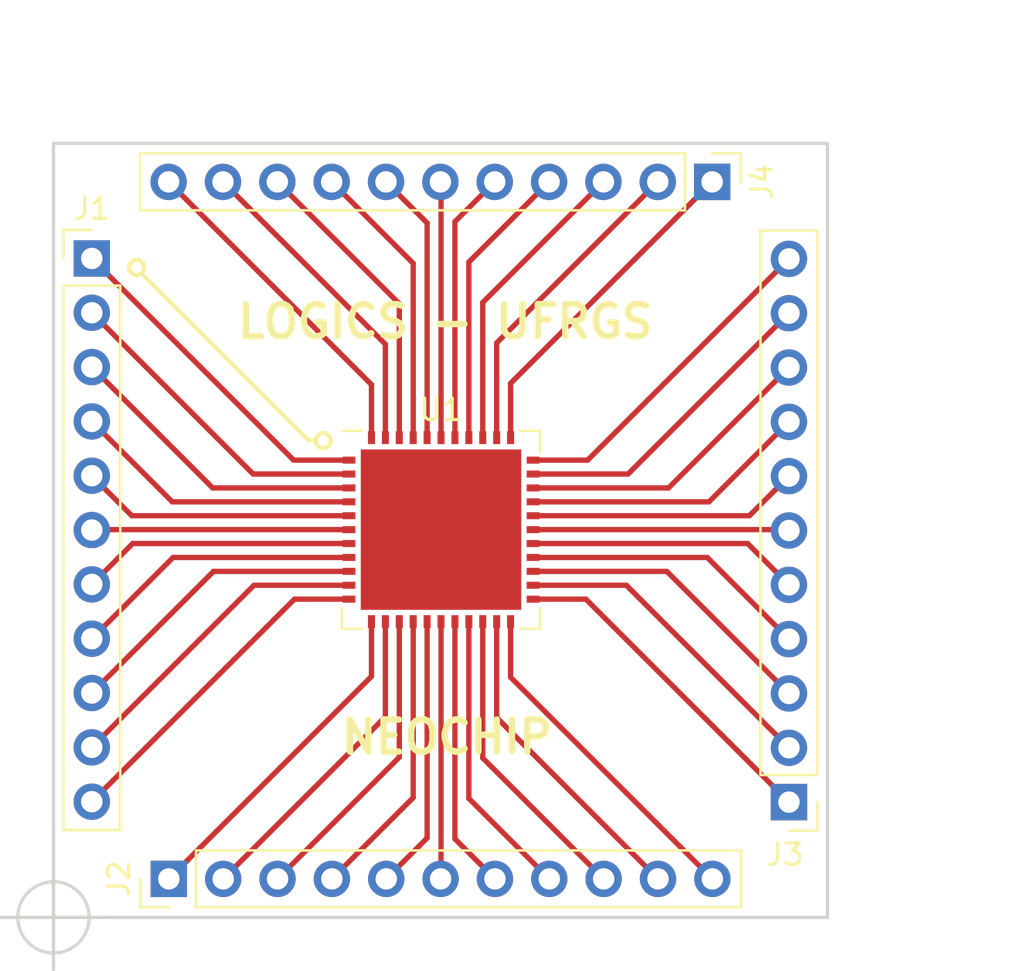
<source format=kicad_pcb>
(kicad_pcb (version 20170123) (host pcbnew "(2017-05-18 revision 2a3a699)-master")

  (general
    (links 44)
    (no_connects 0)
    (area 111.7 56.49 163.530001 101.4025)
    (thickness 1.6)
    (drawings 14)
    (tracks 88)
    (zones 0)
    (modules 5)
    (nets 45)
  )

  (page A4)
  (layers
    (0 F.Cu signal)
    (31 B.Cu signal)
    (32 B.Adhes user)
    (33 F.Adhes user)
    (34 B.Paste user)
    (35 F.Paste user)
    (36 B.SilkS user)
    (37 F.SilkS user)
    (38 B.Mask user)
    (39 F.Mask user)
    (40 Dwgs.User user)
    (41 Cmts.User user)
    (42 Eco1.User user)
    (43 Eco2.User user)
    (44 Edge.Cuts user)
    (45 Margin user)
    (46 B.CrtYd user)
    (47 F.CrtYd user)
    (48 B.Fab user)
    (49 F.Fab user)
  )

  (setup
    (last_trace_width 0.25)
    (trace_clearance 0.2)
    (zone_clearance 0.508)
    (zone_45_only no)
    (trace_min 0.2)
    (segment_width 0.2)
    (edge_width 0.15)
    (via_size 0.8)
    (via_drill 0.4)
    (via_min_size 0.4)
    (via_min_drill 0.3)
    (uvia_size 0.3)
    (uvia_drill 0.1)
    (uvias_allowed no)
    (uvia_min_size 0.2)
    (uvia_min_drill 0.1)
    (pcb_text_width 0.3)
    (pcb_text_size 1.5 1.5)
    (mod_edge_width 0.15)
    (mod_text_size 1 1)
    (mod_text_width 0.15)
    (pad_size 1.524 1.524)
    (pad_drill 0.762)
    (pad_to_mask_clearance 0.2)
    (aux_axis_origin 114.2 98.89)
    (visible_elements FFFFFF7F)
    (pcbplotparams
      (layerselection 0x01020_7fffffff)
      (usegerberextensions true)
      (excludeedgelayer true)
      (linewidth 0.100000)
      (plotframeref false)
      (viasonmask false)
      (mode 1)
      (useauxorigin true)
      (hpglpennumber 1)
      (hpglpenspeed 20)
      (hpglpendiameter 15)
      (psnegative false)
      (psa4output false)
      (plotreference true)
      (plotvalue true)
      (plotinvisibletext false)
      (padsonsilk false)
      (subtractmaskfromsilk false)
      (outputformat 1)
      (mirror false)
      (drillshape 0)
      (scaleselection 1)
      (outputdirectory gerbers/))
  )

  (net 0 "")
  (net 1 "Net-(J1-Pad11)")
  (net 2 "Net-(J1-Pad10)")
  (net 3 "Net-(J1-Pad9)")
  (net 4 "Net-(J1-Pad8)")
  (net 5 "Net-(J1-Pad7)")
  (net 6 "Net-(J1-Pad6)")
  (net 7 "Net-(J1-Pad5)")
  (net 8 "Net-(J1-Pad4)")
  (net 9 "Net-(J1-Pad3)")
  (net 10 "Net-(J1-Pad2)")
  (net 11 "Net-(J1-Pad1)")
  (net 12 "Net-(J2-Pad1)")
  (net 13 "Net-(J2-Pad2)")
  (net 14 "Net-(J2-Pad3)")
  (net 15 "Net-(J2-Pad4)")
  (net 16 "Net-(J2-Pad5)")
  (net 17 "Net-(J2-Pad6)")
  (net 18 "Net-(J2-Pad7)")
  (net 19 "Net-(J2-Pad8)")
  (net 20 "Net-(J2-Pad9)")
  (net 21 "Net-(J2-Pad10)")
  (net 22 "Net-(J2-Pad11)")
  (net 23 "Net-(J3-Pad11)")
  (net 24 "Net-(J3-Pad10)")
  (net 25 "Net-(J3-Pad9)")
  (net 26 "Net-(J3-Pad8)")
  (net 27 "Net-(J3-Pad7)")
  (net 28 "Net-(J3-Pad6)")
  (net 29 "Net-(J3-Pad5)")
  (net 30 "Net-(J3-Pad4)")
  (net 31 "Net-(J3-Pad3)")
  (net 32 "Net-(J3-Pad2)")
  (net 33 "Net-(J3-Pad1)")
  (net 34 "Net-(J4-Pad1)")
  (net 35 "Net-(J4-Pad2)")
  (net 36 "Net-(J4-Pad3)")
  (net 37 "Net-(J4-Pad4)")
  (net 38 "Net-(J4-Pad5)")
  (net 39 "Net-(J4-Pad6)")
  (net 40 "Net-(J4-Pad7)")
  (net 41 "Net-(J4-Pad8)")
  (net 42 "Net-(J4-Pad9)")
  (net 43 "Net-(J4-Pad10)")
  (net 44 "Net-(J4-Pad11)")

  (net_class Default "This is the default net class."
    (clearance 0.2)
    (trace_width 0.25)
    (via_dia 0.8)
    (via_drill 0.4)
    (uvia_dia 0.3)
    (uvia_drill 0.1)
    (add_net "Net-(J1-Pad1)")
    (add_net "Net-(J1-Pad10)")
    (add_net "Net-(J1-Pad11)")
    (add_net "Net-(J1-Pad2)")
    (add_net "Net-(J1-Pad3)")
    (add_net "Net-(J1-Pad4)")
    (add_net "Net-(J1-Pad5)")
    (add_net "Net-(J1-Pad6)")
    (add_net "Net-(J1-Pad7)")
    (add_net "Net-(J1-Pad8)")
    (add_net "Net-(J1-Pad9)")
    (add_net "Net-(J2-Pad1)")
    (add_net "Net-(J2-Pad10)")
    (add_net "Net-(J2-Pad11)")
    (add_net "Net-(J2-Pad2)")
    (add_net "Net-(J2-Pad3)")
    (add_net "Net-(J2-Pad4)")
    (add_net "Net-(J2-Pad5)")
    (add_net "Net-(J2-Pad6)")
    (add_net "Net-(J2-Pad7)")
    (add_net "Net-(J2-Pad8)")
    (add_net "Net-(J2-Pad9)")
    (add_net "Net-(J3-Pad1)")
    (add_net "Net-(J3-Pad10)")
    (add_net "Net-(J3-Pad11)")
    (add_net "Net-(J3-Pad2)")
    (add_net "Net-(J3-Pad3)")
    (add_net "Net-(J3-Pad4)")
    (add_net "Net-(J3-Pad5)")
    (add_net "Net-(J3-Pad6)")
    (add_net "Net-(J3-Pad7)")
    (add_net "Net-(J3-Pad8)")
    (add_net "Net-(J3-Pad9)")
    (add_net "Net-(J4-Pad1)")
    (add_net "Net-(J4-Pad10)")
    (add_net "Net-(J4-Pad11)")
    (add_net "Net-(J4-Pad2)")
    (add_net "Net-(J4-Pad3)")
    (add_net "Net-(J4-Pad4)")
    (add_net "Net-(J4-Pad5)")
    (add_net "Net-(J4-Pad6)")
    (add_net "Net-(J4-Pad7)")
    (add_net "Net-(J4-Pad8)")
    (add_net "Net-(J4-Pad9)")
  )

  (module Pin_Headers:Pin_Header_Straight_1x11_Pitch2.54mm (layer F.Cu) (tedit 5C9E48D1) (tstamp 5C9FC220)
    (at 148.57 93.49 180)
    (descr "Through hole straight pin header, 1x11, 2.54mm pitch, single row")
    (tags "Through hole pin header THT 1x11 2.54mm single row")
    (path /5C9E1DD8)
    (fp_text reference J3 (at 0.19 -2.45 180) (layer F.SilkS)
      (effects (font (size 1 1) (thickness 0.15)))
    )
    (fp_text value Conn_01x11 (at -3.25 12.46 270) (layer F.Fab)
      (effects (font (size 1 1) (thickness 0.15)))
    )
    (fp_text user %R (at 0 12.7 270) (layer F.Fab)
      (effects (font (size 1 1) (thickness 0.15)))
    )
    (fp_line (start 1.8 -1.8) (end -1.8 -1.8) (layer F.CrtYd) (width 0.05))
    (fp_line (start 1.8 27.2) (end 1.8 -1.8) (layer F.CrtYd) (width 0.05))
    (fp_line (start -1.8 27.2) (end 1.8 27.2) (layer F.CrtYd) (width 0.05))
    (fp_line (start -1.8 -1.8) (end -1.8 27.2) (layer F.CrtYd) (width 0.05))
    (fp_line (start -1.33 -1.33) (end 0 -1.33) (layer F.SilkS) (width 0.12))
    (fp_line (start -1.33 0) (end -1.33 -1.33) (layer F.SilkS) (width 0.12))
    (fp_line (start -1.33 1.27) (end 1.33 1.27) (layer F.SilkS) (width 0.12))
    (fp_line (start 1.33 1.27) (end 1.33 26.73) (layer F.SilkS) (width 0.12))
    (fp_line (start -1.33 1.27) (end -1.33 26.73) (layer F.SilkS) (width 0.12))
    (fp_line (start -1.33 26.73) (end 1.33 26.73) (layer F.SilkS) (width 0.12))
    (fp_line (start -1.27 -0.635) (end -0.635 -1.27) (layer F.Fab) (width 0.1))
    (fp_line (start -1.27 26.67) (end -1.27 -0.635) (layer F.Fab) (width 0.1))
    (fp_line (start 1.27 26.67) (end -1.27 26.67) (layer F.Fab) (width 0.1))
    (fp_line (start 1.27 -1.27) (end 1.27 26.67) (layer F.Fab) (width 0.1))
    (fp_line (start -0.635 -1.27) (end 1.27 -1.27) (layer F.Fab) (width 0.1))
    (pad 11 thru_hole oval (at 0 25.4 180) (size 1.7 1.7) (drill 1) (layers *.Cu *.Mask)
      (net 23 "Net-(J3-Pad11)"))
    (pad 10 thru_hole oval (at 0 22.86 180) (size 1.7 1.7) (drill 1) (layers *.Cu *.Mask)
      (net 24 "Net-(J3-Pad10)"))
    (pad 9 thru_hole oval (at 0 20.32 180) (size 1.7 1.7) (drill 1) (layers *.Cu *.Mask)
      (net 25 "Net-(J3-Pad9)"))
    (pad 8 thru_hole oval (at 0 17.78 180) (size 1.7 1.7) (drill 1) (layers *.Cu *.Mask)
      (net 26 "Net-(J3-Pad8)"))
    (pad 7 thru_hole oval (at 0 15.24 180) (size 1.7 1.7) (drill 1) (layers *.Cu *.Mask)
      (net 27 "Net-(J3-Pad7)"))
    (pad 6 thru_hole oval (at 0 12.7 180) (size 1.7 1.7) (drill 1) (layers *.Cu *.Mask)
      (net 28 "Net-(J3-Pad6)"))
    (pad 5 thru_hole oval (at 0 10.16 180) (size 1.7 1.7) (drill 1) (layers *.Cu *.Mask)
      (net 29 "Net-(J3-Pad5)"))
    (pad 4 thru_hole oval (at 0 7.62 180) (size 1.7 1.7) (drill 1) (layers *.Cu *.Mask)
      (net 30 "Net-(J3-Pad4)"))
    (pad 3 thru_hole oval (at 0 5.08 180) (size 1.7 1.7) (drill 1) (layers *.Cu *.Mask)
      (net 31 "Net-(J3-Pad3)"))
    (pad 2 thru_hole oval (at 0 2.54 180) (size 1.7 1.7) (drill 1) (layers *.Cu *.Mask)
      (net 32 "Net-(J3-Pad2)"))
    (pad 1 thru_hole rect (at 0 0 180) (size 1.7 1.7) (drill 1) (layers *.Cu *.Mask)
      (net 33 "Net-(J3-Pad1)"))
    (model ${KISYS3DMOD}/Pin_Headers.3dshapes/Pin_Header_Straight_1x11_Pitch2.54mm.wrl
      (at (xyz 0 0 0))
      (scale (xyz 1 1 1))
      (rotate (xyz 0 0 0))
    )
  )

  (module Pin_Headers:Pin_Header_Straight_1x11_Pitch2.54mm (layer F.Cu) (tedit 5C9E48C5) (tstamp 5C9FC202)
    (at 119.59 97.08 90)
    (descr "Through hole straight pin header, 1x11, 2.54mm pitch, single row")
    (tags "Through hole pin header THT 1x11 2.54mm single row")
    (path /5C9E212D)
    (fp_text reference J2 (at 0 -2.33 90) (layer F.SilkS)
      (effects (font (size 1 1) (thickness 0.15)))
    )
    (fp_text value Conn_01x11 (at -3.23 12.45) (layer F.Fab)
      (effects (font (size 1 1) (thickness 0.15)))
    )
    (fp_line (start -0.635 -1.27) (end 1.27 -1.27) (layer F.Fab) (width 0.1))
    (fp_line (start 1.27 -1.27) (end 1.27 26.67) (layer F.Fab) (width 0.1))
    (fp_line (start 1.27 26.67) (end -1.27 26.67) (layer F.Fab) (width 0.1))
    (fp_line (start -1.27 26.67) (end -1.27 -0.635) (layer F.Fab) (width 0.1))
    (fp_line (start -1.27 -0.635) (end -0.635 -1.27) (layer F.Fab) (width 0.1))
    (fp_line (start -1.33 26.73) (end 1.33 26.73) (layer F.SilkS) (width 0.12))
    (fp_line (start -1.33 1.27) (end -1.33 26.73) (layer F.SilkS) (width 0.12))
    (fp_line (start 1.33 1.27) (end 1.33 26.73) (layer F.SilkS) (width 0.12))
    (fp_line (start -1.33 1.27) (end 1.33 1.27) (layer F.SilkS) (width 0.12))
    (fp_line (start -1.33 0) (end -1.33 -1.33) (layer F.SilkS) (width 0.12))
    (fp_line (start -1.33 -1.33) (end 0 -1.33) (layer F.SilkS) (width 0.12))
    (fp_line (start -1.8 -1.8) (end -1.8 27.2) (layer F.CrtYd) (width 0.05))
    (fp_line (start -1.8 27.2) (end 1.8 27.2) (layer F.CrtYd) (width 0.05))
    (fp_line (start 1.8 27.2) (end 1.8 -1.8) (layer F.CrtYd) (width 0.05))
    (fp_line (start 1.8 -1.8) (end -1.8 -1.8) (layer F.CrtYd) (width 0.05))
    (fp_text user %R (at 0 12.7 180) (layer F.Fab)
      (effects (font (size 1 1) (thickness 0.15)))
    )
    (pad 1 thru_hole rect (at 0 0 90) (size 1.7 1.7) (drill 1) (layers *.Cu *.Mask)
      (net 12 "Net-(J2-Pad1)"))
    (pad 2 thru_hole oval (at 0 2.54 90) (size 1.7 1.7) (drill 1) (layers *.Cu *.Mask)
      (net 13 "Net-(J2-Pad2)"))
    (pad 3 thru_hole oval (at 0 5.08 90) (size 1.7 1.7) (drill 1) (layers *.Cu *.Mask)
      (net 14 "Net-(J2-Pad3)"))
    (pad 4 thru_hole oval (at 0 7.62 90) (size 1.7 1.7) (drill 1) (layers *.Cu *.Mask)
      (net 15 "Net-(J2-Pad4)"))
    (pad 5 thru_hole oval (at 0 10.16 90) (size 1.7 1.7) (drill 1) (layers *.Cu *.Mask)
      (net 16 "Net-(J2-Pad5)"))
    (pad 6 thru_hole oval (at 0 12.7 90) (size 1.7 1.7) (drill 1) (layers *.Cu *.Mask)
      (net 17 "Net-(J2-Pad6)"))
    (pad 7 thru_hole oval (at 0 15.24 90) (size 1.7 1.7) (drill 1) (layers *.Cu *.Mask)
      (net 18 "Net-(J2-Pad7)"))
    (pad 8 thru_hole oval (at 0 17.78 90) (size 1.7 1.7) (drill 1) (layers *.Cu *.Mask)
      (net 19 "Net-(J2-Pad8)"))
    (pad 9 thru_hole oval (at 0 20.32 90) (size 1.7 1.7) (drill 1) (layers *.Cu *.Mask)
      (net 20 "Net-(J2-Pad9)"))
    (pad 10 thru_hole oval (at 0 22.86 90) (size 1.7 1.7) (drill 1) (layers *.Cu *.Mask)
      (net 21 "Net-(J2-Pad10)"))
    (pad 11 thru_hole oval (at 0 25.4 90) (size 1.7 1.7) (drill 1) (layers *.Cu *.Mask)
      (net 22 "Net-(J2-Pad11)"))
    (model ${KISYS3DMOD}/Pin_Headers.3dshapes/Pin_Header_Straight_1x11_Pitch2.54mm.wrl
      (at (xyz 0 0 0))
      (scale (xyz 1 1 1))
      (rotate (xyz 0 0 0))
    )
  )

  (module Pin_Headers:Pin_Header_Straight_1x11_Pitch2.54mm (layer F.Cu) (tedit 5C9E48BA) (tstamp 5C9FC1E4)
    (at 115.99 68.07)
    (descr "Through hole straight pin header, 1x11, 2.54mm pitch, single row")
    (tags "Through hole pin header THT 1x11 2.54mm single row")
    (path /5C9E1F9F)
    (fp_text reference J1 (at 0 -2.33) (layer F.SilkS)
      (effects (font (size 1 1) (thickness 0.15)))
    )
    (fp_text value Conn_01x11 (at -3.11 12.96 90) (layer F.Fab)
      (effects (font (size 1 1) (thickness 0.15)))
    )
    (fp_text user %R (at 0 12.7 90) (layer F.Fab)
      (effects (font (size 1 1) (thickness 0.15)))
    )
    (fp_line (start 1.8 -1.8) (end -1.8 -1.8) (layer F.CrtYd) (width 0.05))
    (fp_line (start 1.8 27.2) (end 1.8 -1.8) (layer F.CrtYd) (width 0.05))
    (fp_line (start -1.8 27.2) (end 1.8 27.2) (layer F.CrtYd) (width 0.05))
    (fp_line (start -1.8 -1.8) (end -1.8 27.2) (layer F.CrtYd) (width 0.05))
    (fp_line (start -1.33 -1.33) (end 0 -1.33) (layer F.SilkS) (width 0.12))
    (fp_line (start -1.33 0) (end -1.33 -1.33) (layer F.SilkS) (width 0.12))
    (fp_line (start -1.33 1.27) (end 1.33 1.27) (layer F.SilkS) (width 0.12))
    (fp_line (start 1.33 1.27) (end 1.33 26.73) (layer F.SilkS) (width 0.12))
    (fp_line (start -1.33 1.27) (end -1.33 26.73) (layer F.SilkS) (width 0.12))
    (fp_line (start -1.33 26.73) (end 1.33 26.73) (layer F.SilkS) (width 0.12))
    (fp_line (start -1.27 -0.635) (end -0.635 -1.27) (layer F.Fab) (width 0.1))
    (fp_line (start -1.27 26.67) (end -1.27 -0.635) (layer F.Fab) (width 0.1))
    (fp_line (start 1.27 26.67) (end -1.27 26.67) (layer F.Fab) (width 0.1))
    (fp_line (start 1.27 -1.27) (end 1.27 26.67) (layer F.Fab) (width 0.1))
    (fp_line (start -0.635 -1.27) (end 1.27 -1.27) (layer F.Fab) (width 0.1))
    (pad 11 thru_hole oval (at 0 25.4) (size 1.7 1.7) (drill 1) (layers *.Cu *.Mask)
      (net 1 "Net-(J1-Pad11)"))
    (pad 10 thru_hole oval (at 0 22.86) (size 1.7 1.7) (drill 1) (layers *.Cu *.Mask)
      (net 2 "Net-(J1-Pad10)"))
    (pad 9 thru_hole oval (at 0 20.32) (size 1.7 1.7) (drill 1) (layers *.Cu *.Mask)
      (net 3 "Net-(J1-Pad9)"))
    (pad 8 thru_hole oval (at 0 17.78) (size 1.7 1.7) (drill 1) (layers *.Cu *.Mask)
      (net 4 "Net-(J1-Pad8)"))
    (pad 7 thru_hole oval (at 0 15.24) (size 1.7 1.7) (drill 1) (layers *.Cu *.Mask)
      (net 5 "Net-(J1-Pad7)"))
    (pad 6 thru_hole oval (at 0 12.7) (size 1.7 1.7) (drill 1) (layers *.Cu *.Mask)
      (net 6 "Net-(J1-Pad6)"))
    (pad 5 thru_hole oval (at 0 10.16) (size 1.7 1.7) (drill 1) (layers *.Cu *.Mask)
      (net 7 "Net-(J1-Pad5)"))
    (pad 4 thru_hole oval (at 0 7.62) (size 1.7 1.7) (drill 1) (layers *.Cu *.Mask)
      (net 8 "Net-(J1-Pad4)"))
    (pad 3 thru_hole oval (at 0 5.08) (size 1.7 1.7) (drill 1) (layers *.Cu *.Mask)
      (net 9 "Net-(J1-Pad3)"))
    (pad 2 thru_hole oval (at 0 2.54) (size 1.7 1.7) (drill 1) (layers *.Cu *.Mask)
      (net 10 "Net-(J1-Pad2)"))
    (pad 1 thru_hole rect (at 0 0) (size 1.7 1.7) (drill 1) (layers *.Cu *.Mask)
      (net 11 "Net-(J1-Pad1)"))
    (model ${KISYS3DMOD}/Pin_Headers.3dshapes/Pin_Header_Straight_1x11_Pitch2.54mm.wrl
      (at (xyz 0 0 0))
      (scale (xyz 1 1 1))
      (rotate (xyz 0 0 0))
    )
  )

  (module Pin_Headers:Pin_Header_Straight_1x11_Pitch2.54mm (layer F.Cu) (tedit 5C9E492D) (tstamp 5C9FC1E1)
    (at 144.98 64.49 270)
    (descr "Through hole straight pin header, 1x11, 2.54mm pitch, single row")
    (tags "Through hole pin header THT 1x11 2.54mm single row")
    (path /5C9E2061)
    (fp_text reference J4 (at 0 -2.33 270) (layer F.SilkS)
      (effects (font (size 1 1) (thickness 0.15)))
    )
    (fp_text value Conn_01x11 (at -2.99 12.57) (layer F.Fab)
      (effects (font (size 1 1) (thickness 0.15)))
    )
    (fp_line (start -0.635 -1.27) (end 1.27 -1.27) (layer F.Fab) (width 0.1))
    (fp_line (start 1.27 -1.27) (end 1.27 26.67) (layer F.Fab) (width 0.1))
    (fp_line (start 1.27 26.67) (end -1.27 26.67) (layer F.Fab) (width 0.1))
    (fp_line (start -1.27 26.67) (end -1.27 -0.635) (layer F.Fab) (width 0.1))
    (fp_line (start -1.27 -0.635) (end -0.635 -1.27) (layer F.Fab) (width 0.1))
    (fp_line (start -1.33 26.73) (end 1.33 26.73) (layer F.SilkS) (width 0.12))
    (fp_line (start -1.33 1.27) (end -1.33 26.73) (layer F.SilkS) (width 0.12))
    (fp_line (start 1.33 1.27) (end 1.33 26.73) (layer F.SilkS) (width 0.12))
    (fp_line (start -1.33 1.27) (end 1.33 1.27) (layer F.SilkS) (width 0.12))
    (fp_line (start -1.33 0) (end -1.33 -1.33) (layer F.SilkS) (width 0.12))
    (fp_line (start -1.33 -1.33) (end 0 -1.33) (layer F.SilkS) (width 0.12))
    (fp_line (start -1.8 -1.8) (end -1.8 27.2) (layer F.CrtYd) (width 0.05))
    (fp_line (start -1.8 27.2) (end 1.8 27.2) (layer F.CrtYd) (width 0.05))
    (fp_line (start 1.8 27.2) (end 1.8 -1.8) (layer F.CrtYd) (width 0.05))
    (fp_line (start 1.8 -1.8) (end -1.8 -1.8) (layer F.CrtYd) (width 0.05))
    (fp_text user %R (at 0 12.7) (layer F.Fab)
      (effects (font (size 1 1) (thickness 0.15)))
    )
    (pad 1 thru_hole rect (at 0 0 270) (size 1.7 1.7) (drill 1) (layers *.Cu *.Mask)
      (net 34 "Net-(J4-Pad1)"))
    (pad 2 thru_hole oval (at 0 2.54 270) (size 1.7 1.7) (drill 1) (layers *.Cu *.Mask)
      (net 35 "Net-(J4-Pad2)"))
    (pad 3 thru_hole oval (at 0 5.08 270) (size 1.7 1.7) (drill 1) (layers *.Cu *.Mask)
      (net 36 "Net-(J4-Pad3)"))
    (pad 4 thru_hole oval (at 0 7.62 270) (size 1.7 1.7) (drill 1) (layers *.Cu *.Mask)
      (net 37 "Net-(J4-Pad4)"))
    (pad 5 thru_hole oval (at 0 10.16 270) (size 1.7 1.7) (drill 1) (layers *.Cu *.Mask)
      (net 38 "Net-(J4-Pad5)"))
    (pad 6 thru_hole oval (at 0 12.7 270) (size 1.7 1.7) (drill 1) (layers *.Cu *.Mask)
      (net 39 "Net-(J4-Pad6)"))
    (pad 7 thru_hole oval (at 0 15.24 270) (size 1.7 1.7) (drill 1) (layers *.Cu *.Mask)
      (net 40 "Net-(J4-Pad7)"))
    (pad 8 thru_hole oval (at 0 17.78 270) (size 1.7 1.7) (drill 1) (layers *.Cu *.Mask)
      (net 41 "Net-(J4-Pad8)"))
    (pad 9 thru_hole oval (at 0 20.32 270) (size 1.7 1.7) (drill 1) (layers *.Cu *.Mask)
      (net 42 "Net-(J4-Pad9)"))
    (pad 10 thru_hole oval (at 0 22.86 270) (size 1.7 1.7) (drill 1) (layers *.Cu *.Mask)
      (net 43 "Net-(J4-Pad10)"))
    (pad 11 thru_hole oval (at 0 25.4 270) (size 1.7 1.7) (drill 1) (layers *.Cu *.Mask)
      (net 44 "Net-(J4-Pad11)"))
    (model ${KISYS3DMOD}/Pin_Headers.3dshapes/Pin_Header_Straight_1x11_Pitch2.54mm.wrl
      (at (xyz 0 0 0))
      (scale (xyz 1 1 1))
      (rotate (xyz 0 0 0))
    )
  )

  (module Housings_DFN_QFN:QFN-44-1EP_9x9mm_Pitch0.65mm (layer F.Cu) (tedit 5C9E48B0) (tstamp 5C9EC867)
    (at 132.31 80.75)
    (descr "44-Lead Plastic Quad Flat, No Lead Package - 9x9 mm Body [QFN]; see section 10.3 of https://www.parallax.com/sites/default/files/downloads/P8X32A-Propeller-Datasheet-v1.4.0_0.pdf")
    (tags "QFN 0.65")
    (path /5C9E268A)
    (attr smd)
    (fp_text reference U1 (at 0 -5.6) (layer F.SilkS)
      (effects (font (size 1 1) (thickness 0.15)))
    )
    (fp_text value QFN44 (at 0 5.6) (layer F.Fab)
      (effects (font (size 1 1) (thickness 0.15)))
    )
    (fp_line (start 4.5 4.5) (end -4.5 4.5) (layer F.Fab) (width 0.1))
    (fp_line (start -4.5 4.5) (end -4.5 -3.5) (layer F.Fab) (width 0.1))
    (fp_line (start -4.5 -3.5) (end -3.5 -4.5) (layer F.Fab) (width 0.1))
    (fp_line (start -3.5 -4.5) (end 4.5 -4.5) (layer F.Fab) (width 0.1))
    (fp_line (start 4.5 -4.5) (end 4.5 4.5) (layer F.Fab) (width 0.1))
    (fp_line (start -4.85 -4.85) (end -4.85 4.85) (layer F.CrtYd) (width 0.05))
    (fp_line (start -4.85 4.85) (end 4.85 4.85) (layer F.CrtYd) (width 0.05))
    (fp_line (start 4.85 4.85) (end 4.85 -4.85) (layer F.CrtYd) (width 0.05))
    (fp_line (start 4.85 -4.85) (end -4.85 -4.85) (layer F.CrtYd) (width 0.05))
    (fp_line (start 3.675 -4.625) (end 4.625 -4.625) (layer F.SilkS) (width 0.12))
    (fp_line (start 4.625 -4.625) (end 4.625 -3.675) (layer F.SilkS) (width 0.12))
    (fp_line (start -3.675 4.625) (end -4.625 4.625) (layer F.SilkS) (width 0.12))
    (fp_line (start -4.625 4.625) (end -4.625 3.675) (layer F.SilkS) (width 0.12))
    (fp_line (start 3.675 4.625) (end 4.625 4.625) (layer F.SilkS) (width 0.12))
    (fp_line (start 4.625 4.625) (end 4.625 3.675) (layer F.SilkS) (width 0.12))
    (fp_line (start -4.625 -4.625) (end -3.675 -4.625) (layer F.SilkS) (width 0.12))
    (fp_text user %R (at 0 0) (layer F.Fab)
      (effects (font (size 0.65 0.65) (thickness 0.125)))
    )
    (pad 1 smd rect (at -4.3 -3.25) (size 0.6 0.33) (layers F.Cu F.Paste F.Mask)
      (net 11 "Net-(J1-Pad1)"))
    (pad 2 smd rect (at -4.3 -2.6) (size 0.6 0.33) (layers F.Cu F.Paste F.Mask)
      (net 10 "Net-(J1-Pad2)"))
    (pad 3 smd rect (at -4.3 -1.95) (size 0.6 0.33) (layers F.Cu F.Paste F.Mask)
      (net 9 "Net-(J1-Pad3)"))
    (pad 4 smd rect (at -4.3 -1.3) (size 0.6 0.33) (layers F.Cu F.Paste F.Mask)
      (net 8 "Net-(J1-Pad4)"))
    (pad 5 smd rect (at -4.3 -0.65) (size 0.6 0.33) (layers F.Cu F.Paste F.Mask)
      (net 7 "Net-(J1-Pad5)"))
    (pad 6 smd rect (at -4.3 0) (size 0.6 0.33) (layers F.Cu F.Paste F.Mask)
      (net 6 "Net-(J1-Pad6)"))
    (pad 7 smd rect (at -4.3 0.65) (size 0.6 0.33) (layers F.Cu F.Paste F.Mask)
      (net 5 "Net-(J1-Pad7)"))
    (pad 8 smd rect (at -4.3 1.3) (size 0.6 0.33) (layers F.Cu F.Paste F.Mask)
      (net 4 "Net-(J1-Pad8)"))
    (pad 9 smd rect (at -4.3 1.95) (size 0.6 0.33) (layers F.Cu F.Paste F.Mask)
      (net 3 "Net-(J1-Pad9)"))
    (pad 10 smd rect (at -4.3 2.6) (size 0.6 0.33) (layers F.Cu F.Paste F.Mask)
      (net 2 "Net-(J1-Pad10)"))
    (pad 11 smd rect (at -4.3 3.25) (size 0.6 0.33) (layers F.Cu F.Paste F.Mask)
      (net 1 "Net-(J1-Pad11)"))
    (pad 12 smd rect (at -3.25 4.3 90) (size 0.6 0.33) (layers F.Cu F.Paste F.Mask)
      (net 12 "Net-(J2-Pad1)"))
    (pad 13 smd rect (at -2.6 4.3 90) (size 0.6 0.33) (layers F.Cu F.Paste F.Mask)
      (net 13 "Net-(J2-Pad2)"))
    (pad 14 smd rect (at -1.95 4.3 90) (size 0.6 0.33) (layers F.Cu F.Paste F.Mask)
      (net 14 "Net-(J2-Pad3)"))
    (pad 15 smd rect (at -1.3 4.3 90) (size 0.6 0.33) (layers F.Cu F.Paste F.Mask)
      (net 15 "Net-(J2-Pad4)"))
    (pad 16 smd rect (at -0.65 4.3 90) (size 0.6 0.33) (layers F.Cu F.Paste F.Mask)
      (net 16 "Net-(J2-Pad5)"))
    (pad 17 smd rect (at 0 4.3 90) (size 0.6 0.33) (layers F.Cu F.Paste F.Mask)
      (net 17 "Net-(J2-Pad6)"))
    (pad 18 smd rect (at 0.65 4.3 90) (size 0.6 0.33) (layers F.Cu F.Paste F.Mask)
      (net 18 "Net-(J2-Pad7)"))
    (pad 19 smd rect (at 1.3 4.3 90) (size 0.6 0.33) (layers F.Cu F.Paste F.Mask)
      (net 19 "Net-(J2-Pad8)"))
    (pad 20 smd rect (at 1.95 4.3 90) (size 0.6 0.33) (layers F.Cu F.Paste F.Mask)
      (net 20 "Net-(J2-Pad9)"))
    (pad 21 smd rect (at 2.6 4.3 90) (size 0.6 0.33) (layers F.Cu F.Paste F.Mask)
      (net 21 "Net-(J2-Pad10)"))
    (pad 22 smd rect (at 3.25 4.3 90) (size 0.6 0.33) (layers F.Cu F.Paste F.Mask)
      (net 22 "Net-(J2-Pad11)"))
    (pad 23 smd rect (at 4.3 3.25) (size 0.6 0.33) (layers F.Cu F.Paste F.Mask)
      (net 33 "Net-(J3-Pad1)"))
    (pad 24 smd rect (at 4.3 2.6) (size 0.6 0.33) (layers F.Cu F.Paste F.Mask)
      (net 32 "Net-(J3-Pad2)"))
    (pad 25 smd rect (at 4.3 1.95) (size 0.6 0.33) (layers F.Cu F.Paste F.Mask)
      (net 31 "Net-(J3-Pad3)"))
    (pad 26 smd rect (at 4.3 1.3) (size 0.6 0.33) (layers F.Cu F.Paste F.Mask)
      (net 30 "Net-(J3-Pad4)"))
    (pad 27 smd rect (at 4.3 0.65) (size 0.6 0.33) (layers F.Cu F.Paste F.Mask)
      (net 29 "Net-(J3-Pad5)"))
    (pad 28 smd rect (at 4.3 0) (size 0.6 0.33) (layers F.Cu F.Paste F.Mask)
      (net 28 "Net-(J3-Pad6)"))
    (pad 29 smd rect (at 4.3 -0.65) (size 0.6 0.33) (layers F.Cu F.Paste F.Mask)
      (net 27 "Net-(J3-Pad7)"))
    (pad 30 smd rect (at 4.3 -1.3) (size 0.6 0.33) (layers F.Cu F.Paste F.Mask)
      (net 26 "Net-(J3-Pad8)"))
    (pad 31 smd rect (at 4.3 -1.95) (size 0.6 0.33) (layers F.Cu F.Paste F.Mask)
      (net 25 "Net-(J3-Pad9)"))
    (pad 32 smd rect (at 4.3 -2.6) (size 0.6 0.33) (layers F.Cu F.Paste F.Mask)
      (net 24 "Net-(J3-Pad10)"))
    (pad 33 smd rect (at 4.3 -3.25) (size 0.6 0.33) (layers F.Cu F.Paste F.Mask)
      (net 23 "Net-(J3-Pad11)"))
    (pad 34 smd rect (at 3.25 -4.3 90) (size 0.6 0.33) (layers F.Cu F.Paste F.Mask)
      (net 34 "Net-(J4-Pad1)"))
    (pad 35 smd rect (at 2.6 -4.3 90) (size 0.6 0.33) (layers F.Cu F.Paste F.Mask)
      (net 35 "Net-(J4-Pad2)"))
    (pad 36 smd rect (at 1.95 -4.3 90) (size 0.6 0.33) (layers F.Cu F.Paste F.Mask)
      (net 36 "Net-(J4-Pad3)"))
    (pad 37 smd rect (at 1.3 -4.3 90) (size 0.6 0.33) (layers F.Cu F.Paste F.Mask)
      (net 37 "Net-(J4-Pad4)"))
    (pad 38 smd rect (at 0.65 -4.3 90) (size 0.6 0.33) (layers F.Cu F.Paste F.Mask)
      (net 38 "Net-(J4-Pad5)"))
    (pad 39 smd rect (at 0 -4.3 90) (size 0.6 0.33) (layers F.Cu F.Paste F.Mask)
      (net 39 "Net-(J4-Pad6)"))
    (pad 40 smd rect (at -0.65 -4.3 90) (size 0.6 0.33) (layers F.Cu F.Paste F.Mask)
      (net 40 "Net-(J4-Pad7)"))
    (pad 41 smd rect (at -1.3 -4.3 90) (size 0.6 0.33) (layers F.Cu F.Paste F.Mask)
      (net 41 "Net-(J4-Pad8)"))
    (pad 42 smd rect (at -1.95 -4.3 90) (size 0.6 0.33) (layers F.Cu F.Paste F.Mask)
      (net 42 "Net-(J4-Pad9)"))
    (pad 43 smd rect (at -2.6 -4.3 90) (size 0.6 0.33) (layers F.Cu F.Paste F.Mask)
      (net 43 "Net-(J4-Pad10)"))
    (pad 44 smd rect (at -3.25 -4.3 90) (size 0.6 0.33) (layers F.Cu F.Paste F.Mask)
      (net 44 "Net-(J4-Pad11)"))
    (pad 45 smd rect (at 0 0) (size 7.5 7.5) (layers F.Cu F.Mask))
    (pad "" smd rect (at -1.875 -1.875) (size 2.65 2.65) (layers F.Paste))
    (pad "" smd rect (at -1.875 1.875) (size 2.65 2.65) (layers F.Paste))
    (pad "" smd rect (at 1.875 -1.875) (size 2.65 2.65) (layers F.Paste))
    (pad "" smd rect (at 1.875 1.875) (size 2.65 2.65) (layers F.Paste))
    (model ${KISYS3DMOD}/Housings_DFN_QFN.3dshapes/QFN-44-1EP_9x9mm_Pitch0.65mm.wrl
      (at (xyz 0 0 0))
      (scale (xyz 1 1 1))
      (rotate (xyz 0 0 0))
    )
  )

  (gr_line (start 126.48 76.57) (end 126.48 76.57) (layer F.SilkS) (width 0.2) (tstamp 5C9E6399))
  (gr_line (start 126.12 76.57) (end 126.48 76.57) (layer F.SilkS) (width 0.2))
  (gr_line (start 118.34 68.79) (end 126.12 76.57) (layer F.SilkS) (width 0.2))
  (gr_circle (center 126.81 76.59) (end 126.55 76.35) (layer F.SilkS) (width 0.2) (tstamp 5C9E6392))
  (gr_circle (center 118.09 68.49) (end 117.83 68.25) (layer F.SilkS) (width 0.2))
  (gr_text "LOGICS - UFRGS" (at 132.51 71.03) (layer F.SilkS)
    (effects (font (size 1.5 1.5) (thickness 0.3)))
  )
  (gr_text NEOCHIP (at 132.59 90.45) (layer F.SilkS)
    (effects (font (size 1.5 1.5) (thickness 0.3)))
  )
  (dimension 36.18 (width 0.3) (layer Dwgs.User)
    (gr_text "36,180 mm" (at 156.88 80.79 270) (layer Dwgs.User) (tstamp 5C9E51F5)
      (effects (font (size 1.5 1.5) (thickness 0.3)))
    )
    (feature1 (pts (xy 150.36 98.88) (xy 158.23 98.88)))
    (feature2 (pts (xy 150.36 62.7) (xy 158.23 62.7)))
    (crossbar (pts (xy 155.53 62.7) (xy 155.53 98.88)))
    (arrow1a (pts (xy 155.53 98.88) (xy 154.943579 97.753496)))
    (arrow1b (pts (xy 155.53 98.88) (xy 156.116421 97.753496)))
    (arrow2a (pts (xy 155.53 62.7) (xy 154.943579 63.826504)))
    (arrow2b (pts (xy 155.53 62.7) (xy 156.116421 63.826504)))
  )
  (dimension 36.17 (width 0.3) (layer Dwgs.User)
    (gr_text "36,170 mm" (at 132.285 57.84) (layer Dwgs.User) (tstamp 5C9E51F6)
      (effects (font (size 1.5 1.5) (thickness 0.3)))
    )
    (feature1 (pts (xy 114.2 62.7) (xy 114.2 56.49)))
    (feature2 (pts (xy 150.37 62.7) (xy 150.37 56.49)))
    (crossbar (pts (xy 150.37 59.19) (xy 114.2 59.19)))
    (arrow1a (pts (xy 114.2 59.19) (xy 115.326504 58.603579)))
    (arrow1b (pts (xy 114.2 59.19) (xy 115.326504 59.776421)))
    (arrow2a (pts (xy 150.37 59.19) (xy 149.243496 58.603579)))
    (arrow2b (pts (xy 150.37 59.19) (xy 149.243496 59.776421)))
  )
  (target plus (at 114.2 98.88) (size 5) (width 0.15) (layer Edge.Cuts))
  (gr_line (start 114.2 62.69) (end 150.37 62.69) (layer Edge.Cuts) (width 0.15))
  (gr_line (start 114.2 98.88) (end 114.2 62.69) (layer Edge.Cuts) (width 0.15))
  (gr_line (start 150.37 98.88) (end 114.2 98.88) (layer Edge.Cuts) (width 0.15))
  (gr_line (start 150.37 62.69) (end 150.37 98.88) (layer Edge.Cuts) (width 0.15))

  (segment (start 128.01 84) (end 125.46 84) (width 0.25) (layer F.Cu) (net 1))
  (segment (start 125.46 84) (end 115.99 93.47) (width 0.25) (layer F.Cu) (net 1))
  (segment (start 128.01 83.35) (end 123.57 83.35) (width 0.25) (layer F.Cu) (net 2))
  (segment (start 123.57 83.35) (end 115.99 90.93) (width 0.25) (layer F.Cu) (net 2))
  (segment (start 128.01 82.7) (end 121.68 82.7) (width 0.25) (layer F.Cu) (net 3))
  (segment (start 121.68 82.7) (end 115.99 88.39) (width 0.25) (layer F.Cu) (net 3))
  (segment (start 128.01 82.05) (end 119.79 82.05) (width 0.25) (layer F.Cu) (net 4))
  (segment (start 119.79 82.05) (end 115.99 85.85) (width 0.25) (layer F.Cu) (net 4))
  (segment (start 128.01 81.4) (end 117.9 81.4) (width 0.25) (layer F.Cu) (net 5))
  (segment (start 117.9 81.4) (end 115.99 83.31) (width 0.25) (layer F.Cu) (net 5))
  (segment (start 128.01 80.75) (end 116.01 80.75) (width 0.25) (layer F.Cu) (net 6))
  (segment (start 116.01 80.75) (end 115.99 80.77) (width 0.25) (layer F.Cu) (net 6))
  (segment (start 128.01 80.1) (end 117.86 80.1) (width 0.25) (layer F.Cu) (net 7))
  (segment (start 117.86 80.1) (end 115.99 78.23) (width 0.25) (layer F.Cu) (net 7))
  (segment (start 128.01 79.45) (end 119.75 79.45) (width 0.25) (layer F.Cu) (net 8))
  (segment (start 119.75 79.45) (end 115.99 75.69) (width 0.25) (layer F.Cu) (net 8))
  (segment (start 128.01 78.8) (end 121.64 78.8) (width 0.25) (layer F.Cu) (net 9))
  (segment (start 121.64 78.8) (end 115.99 73.15) (width 0.25) (layer F.Cu) (net 9))
  (segment (start 128.01 78.15) (end 123.53 78.15) (width 0.25) (layer F.Cu) (net 10))
  (segment (start 123.53 78.15) (end 115.99 70.61) (width 0.25) (layer F.Cu) (net 10))
  (segment (start 128.01 77.5) (end 125.42 77.5) (width 0.25) (layer F.Cu) (net 11))
  (segment (start 125.42 77.5) (end 115.99 68.07) (width 0.25) (layer F.Cu) (net 11))
  (segment (start 129.06 85.05) (end 129.06 87.61) (width 0.25) (layer F.Cu) (net 12))
  (segment (start 129.06 87.61) (end 119.59 97.08) (width 0.25) (layer F.Cu) (net 12))
  (segment (start 129.71 85.05) (end 129.71 89.5) (width 0.25) (layer F.Cu) (net 13))
  (segment (start 129.71 89.5) (end 122.13 97.08) (width 0.25) (layer F.Cu) (net 13))
  (segment (start 130.36 85.05) (end 130.36 91.39) (width 0.25) (layer F.Cu) (net 14))
  (segment (start 130.36 91.39) (end 124.67 97.08) (width 0.25) (layer F.Cu) (net 14))
  (segment (start 131.01 85.05) (end 131.01 93.28) (width 0.25) (layer F.Cu) (net 15))
  (segment (start 131.01 93.28) (end 127.21 97.08) (width 0.25) (layer F.Cu) (net 15))
  (segment (start 131.66 85.05) (end 131.66 95.17) (width 0.25) (layer F.Cu) (net 16))
  (segment (start 131.66 95.17) (end 129.75 97.08) (width 0.25) (layer F.Cu) (net 16))
  (segment (start 132.31 85.05) (end 132.31 97.06) (width 0.25) (layer F.Cu) (net 17))
  (segment (start 132.31 97.06) (end 132.29 97.08) (width 0.25) (layer F.Cu) (net 17))
  (segment (start 132.96 85.05) (end 132.96 95.21) (width 0.25) (layer F.Cu) (net 18))
  (segment (start 132.96 95.21) (end 134.83 97.08) (width 0.25) (layer F.Cu) (net 18))
  (segment (start 133.61 85.05) (end 133.61 93.32) (width 0.25) (layer F.Cu) (net 19))
  (segment (start 133.61 93.32) (end 137.37 97.08) (width 0.25) (layer F.Cu) (net 19))
  (segment (start 134.26 85.05) (end 134.26 91.43) (width 0.25) (layer F.Cu) (net 20))
  (segment (start 134.26 91.43) (end 139.91 97.08) (width 0.25) (layer F.Cu) (net 20))
  (segment (start 134.91 85.05) (end 134.91 89.54) (width 0.25) (layer F.Cu) (net 21))
  (segment (start 134.91 89.54) (end 142.45 97.08) (width 0.25) (layer F.Cu) (net 21))
  (segment (start 135.56 85.05) (end 135.56 87.65) (width 0.25) (layer F.Cu) (net 22))
  (segment (start 135.56 87.65) (end 144.99 97.08) (width 0.25) (layer F.Cu) (net 22))
  (segment (start 136.61 77.5) (end 139.16 77.5) (width 0.25) (layer F.Cu) (net 23))
  (segment (start 139.16 77.5) (end 148.57 68.09) (width 0.25) (layer F.Cu) (net 23))
  (segment (start 136.61 78.15) (end 141.05 78.15) (width 0.25) (layer F.Cu) (net 24))
  (segment (start 141.05 78.15) (end 148.57 70.63) (width 0.25) (layer F.Cu) (net 24))
  (segment (start 136.61 78.8) (end 142.94 78.8) (width 0.25) (layer F.Cu) (net 25))
  (segment (start 142.94 78.8) (end 148.57 73.17) (width 0.25) (layer F.Cu) (net 25))
  (segment (start 136.61 79.45) (end 144.83 79.45) (width 0.25) (layer F.Cu) (net 26))
  (segment (start 144.83 79.45) (end 148.57 75.71) (width 0.25) (layer F.Cu) (net 26))
  (segment (start 136.61 80.1) (end 146.72 80.1) (width 0.25) (layer F.Cu) (net 27))
  (segment (start 146.72 80.1) (end 148.57 78.25) (width 0.25) (layer F.Cu) (net 27))
  (segment (start 136.61 80.75) (end 148.53 80.75) (width 0.25) (layer F.Cu) (net 28))
  (segment (start 148.53 80.75) (end 148.57 80.79) (width 0.25) (layer F.Cu) (net 28))
  (segment (start 136.61 81.4) (end 146.64 81.4) (width 0.25) (layer F.Cu) (net 29))
  (segment (start 146.64 81.4) (end 148.57 83.33) (width 0.25) (layer F.Cu) (net 29))
  (segment (start 136.61 82.05) (end 144.75 82.05) (width 0.25) (layer F.Cu) (net 30))
  (segment (start 144.75 82.05) (end 148.57 85.87) (width 0.25) (layer F.Cu) (net 30))
  (segment (start 136.61 82.7) (end 142.86 82.7) (width 0.25) (layer F.Cu) (net 31))
  (segment (start 142.86 82.7) (end 148.57 88.41) (width 0.25) (layer F.Cu) (net 31))
  (segment (start 136.61 83.35) (end 140.97 83.35) (width 0.25) (layer F.Cu) (net 32))
  (segment (start 140.97 83.35) (end 148.57 90.95) (width 0.25) (layer F.Cu) (net 32))
  (segment (start 136.61 84) (end 139.08 84) (width 0.25) (layer F.Cu) (net 33))
  (segment (start 139.08 84) (end 148.57 93.49) (width 0.25) (layer F.Cu) (net 33))
  (segment (start 135.56 76.45) (end 135.56 73.91) (width 0.25) (layer F.Cu) (net 34))
  (segment (start 135.56 73.91) (end 144.98 64.49) (width 0.25) (layer F.Cu) (net 34))
  (segment (start 134.91 76.45) (end 134.91 72.02) (width 0.25) (layer F.Cu) (net 35))
  (segment (start 134.91 72.02) (end 142.44 64.49) (width 0.25) (layer F.Cu) (net 35))
  (segment (start 134.26 76.45) (end 134.26 70.13) (width 0.25) (layer F.Cu) (net 36))
  (segment (start 134.26 70.13) (end 139.9 64.49) (width 0.25) (layer F.Cu) (net 36))
  (segment (start 133.61 76.45) (end 133.61 68.24) (width 0.25) (layer F.Cu) (net 37))
  (segment (start 133.61 68.24) (end 137.36 64.49) (width 0.25) (layer F.Cu) (net 37))
  (segment (start 132.96 76.45) (end 132.96 66.35) (width 0.25) (layer F.Cu) (net 38))
  (segment (start 132.96 66.35) (end 134.82 64.49) (width 0.25) (layer F.Cu) (net 38))
  (segment (start 132.31 76.45) (end 132.31 64.52) (width 0.25) (layer F.Cu) (net 39))
  (segment (start 132.31 64.52) (end 132.28 64.49) (width 0.25) (layer F.Cu) (net 39))
  (segment (start 131.66 76.45) (end 131.66 66.41) (width 0.25) (layer F.Cu) (net 40))
  (segment (start 131.66 66.41) (end 129.74 64.49) (width 0.25) (layer F.Cu) (net 40))
  (segment (start 131.01 76.45) (end 131.01 68.3) (width 0.25) (layer F.Cu) (net 41))
  (segment (start 131.01 68.3) (end 127.2 64.49) (width 0.25) (layer F.Cu) (net 41))
  (segment (start 130.36 76.45) (end 130.36 70.19) (width 0.25) (layer F.Cu) (net 42))
  (segment (start 130.36 70.19) (end 124.66 64.49) (width 0.25) (layer F.Cu) (net 42))
  (segment (start 129.71 76.45) (end 129.71 72.08) (width 0.25) (layer F.Cu) (net 43))
  (segment (start 129.71 72.08) (end 122.12 64.49) (width 0.25) (layer F.Cu) (net 43))
  (segment (start 129.06 76.45) (end 129.06 73.97) (width 0.25) (layer F.Cu) (net 44))
  (segment (start 129.06 73.97) (end 119.58 64.49) (width 0.25) (layer F.Cu) (net 44))

)

</source>
